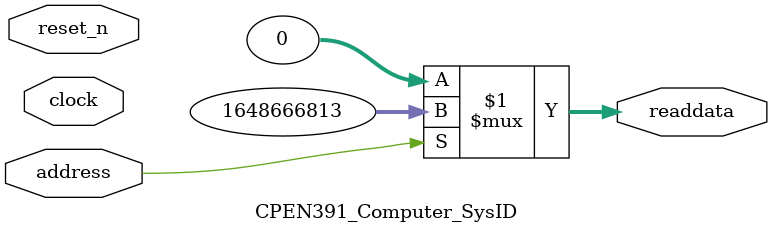
<source format=v>



// synthesis translate_off
`timescale 1ns / 1ps
// synthesis translate_on

// turn off superfluous verilog processor warnings 
// altera message_level Level1 
// altera message_off 10034 10035 10036 10037 10230 10240 10030 

module CPEN391_Computer_SysID (
               // inputs:
                address,
                clock,
                reset_n,

               // outputs:
                readdata
             )
;

  output  [ 31: 0] readdata;
  input            address;
  input            clock;
  input            reset_n;

  wire    [ 31: 0] readdata;
  //control_slave, which is an e_avalon_slave
  assign readdata = address ? 1648666813 : 0;

endmodule



</source>
